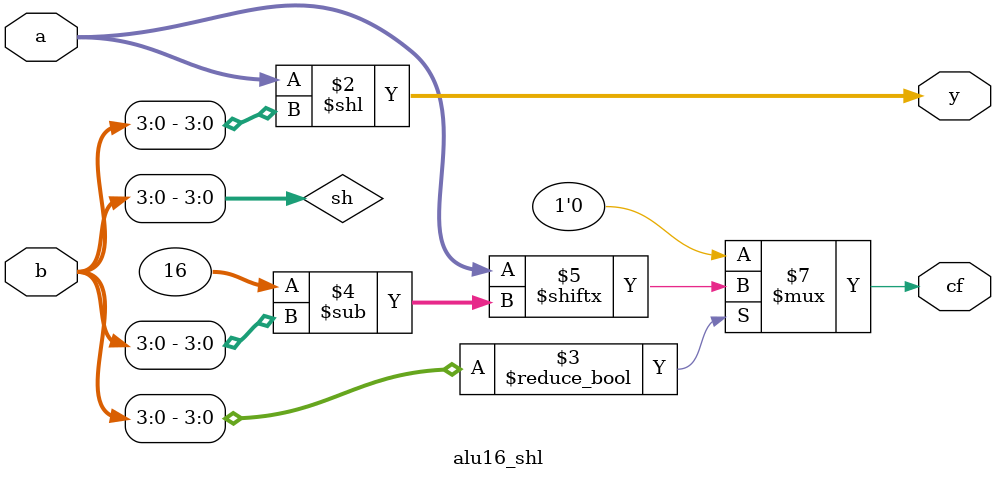
<source format=v>
module alu16_shl(
    input  wire [15:0] a,
    input  wire [15:0] b,
    output reg  [15:0] y,
    output reg         cf
);
    reg [3:0] sh;

    always @(*) begin
        sh = b[3:0];
        y = a << sh;
        cf = 1'b0;
        if(sh != 0) cf = a[16 - sh];
    end
endmodule


</source>
